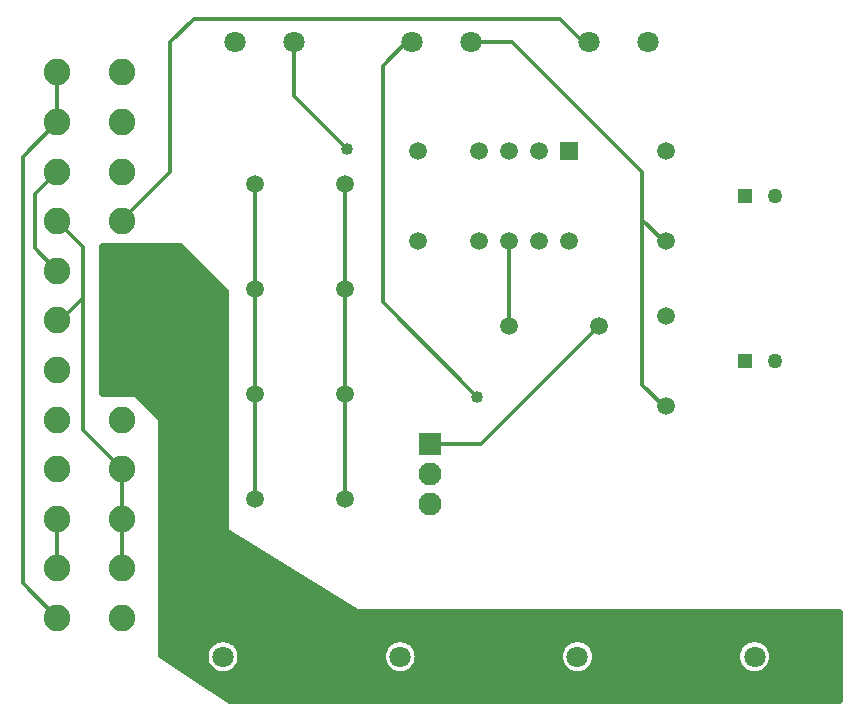
<source format=gbr>
%TF.GenerationSoftware,Novarm,DipTrace,4.0.0.5*%
%TF.CreationDate,2022-05-21T16:57:32-06:00*%
%FSLAX26Y26*%
%MOIN*%
%TF.FileFunction,Copper,L2,Bot*%
%TF.Part,Single*%
%TA.AperFunction,Conductor*%
%ADD14C,0.012992*%
%TA.AperFunction,CopperBalancing*%
%ADD17C,0.025*%
%TA.AperFunction,ComponentPad*%
%ADD18C,0.05*%
%ADD19R,0.05X0.05*%
%ADD21R,0.076378X0.076378*%
%ADD22C,0.076378*%
%ADD23C,0.059055*%
%ADD24C,0.070866*%
%ADD25C,0.088583*%
%ADD26R,0.059055X0.059055*%
%TA.AperFunction,ViaPad*%
%ADD27C,0.04*%
G75*
G01*
%LPD*%
X608661Y884252D2*
D14*
Y1049606D1*
X825197Y884252D2*
Y1049606D1*
X1267323Y1115354D2*
Y1465354D1*
X825197Y1214961D2*
X695866Y1344291D1*
Y1786713D1*
Y1954528D1*
X608661Y2041732D1*
X825197Y1049606D2*
Y1214961D1*
X608661Y1711024D2*
Y1699508D1*
X695866Y1786713D1*
X1267323Y1815354D2*
Y2165354D1*
Y1465354D2*
Y1815354D1*
X2637795Y1424803D2*
X2630315D1*
X2559055Y1496063D1*
Y2047244D1*
X2637795Y1968504D1*
Y1975984D1*
X825197Y1876378D2*
Y1711024D1*
X2539370Y590551D2*
X2620280Y509642D1*
X3049012D1*
X3129921Y590551D1*
X608661Y2207087D2*
X533366Y2131791D1*
Y1951673D1*
X608661Y1876378D1*
X1948819Y590551D2*
X2029724Y671457D1*
X2458465D1*
X2539370Y590551D1*
X1358268D2*
X1439177Y509642D1*
X1867909D1*
X1948819Y590551D1*
X1567323Y1465354D2*
Y1115354D1*
Y1815354D2*
Y1465354D1*
Y2165354D2*
Y1815354D1*
X2637795Y1975984D2*
X2630315D1*
X2559055Y2047244D1*
Y2204724D1*
X2125984Y2637795D1*
X1988189D1*
X825197Y1711024D2*
Y1545669D1*
X608661Y2537795D2*
Y2372441D1*
X492909Y2256689D1*
Y834650D1*
X608661Y718898D1*
X825197Y2041732D2*
X821260D1*
X984252Y2204724D1*
Y2637795D1*
X1062992Y2716535D1*
X2283465D1*
X2362205Y2637795D1*
X2381890D1*
X1397638D2*
Y2460630D1*
X1574803Y2283465D1*
X2115181Y1692680D2*
Y1809646D1*
X2115354Y1809819D1*
Y1975984D1*
X2415181Y1692680D2*
X2021714Y1299213D1*
X1850394D1*
X2007874Y1456693D2*
X1692913Y1771654D1*
Y2559055D1*
X1771654Y2637795D1*
X1791339D1*
X2007874Y1456693D2*
D3*
D27*
D3*
D3*
D3*
X1574803Y2283465D3*
X763041Y1931135D2*
D17*
X1040808D1*
X763041Y1906266D2*
X1065676D1*
X763041Y1881398D2*
X1090543D1*
X763041Y1856529D2*
X1115411D1*
X763041Y1831660D2*
X1140297D1*
X763041Y1806791D2*
X1165164D1*
X763041Y1781923D2*
X1166062D1*
X763041Y1757054D2*
X1166026D1*
X763041Y1732185D2*
X1165990D1*
X763041Y1707316D2*
X1165954D1*
X763041Y1682448D2*
X1165936D1*
X763041Y1657579D2*
X1165900D1*
X763041Y1632710D2*
X1165865D1*
X763041Y1607841D2*
X1165828D1*
X763041Y1582972D2*
X1165793D1*
X763041Y1558104D2*
X1165757D1*
X763041Y1533235D2*
X1165720D1*
X763041Y1508366D2*
X1165703D1*
X763041Y1483497D2*
X1165667D1*
X884383Y1458629D2*
X1165631D1*
X909251Y1433760D2*
X1165594D1*
X934118Y1408891D2*
X1165559D1*
X958986Y1384022D2*
X1165524D1*
X959883Y1359154D2*
X1165487D1*
X959883Y1334285D2*
X1165470D1*
X959883Y1309416D2*
X1165433D1*
X959883Y1284547D2*
X1165398D1*
X959883Y1259678D2*
X1165362D1*
X959883Y1234810D2*
X1165325D1*
X959883Y1209941D2*
X1165290D1*
X959883Y1185072D2*
X1165255D1*
X959883Y1160203D2*
X1165236D1*
X959883Y1135335D2*
X1165201D1*
X959883Y1110466D2*
X1165164D1*
X959883Y1085597D2*
X1165129D1*
X959883Y1060728D2*
X1165093D1*
X959883Y1035860D2*
X1165056D1*
X959883Y1010991D2*
X1165021D1*
X959883Y986122D2*
X1198932D1*
X959883Y961253D2*
X1239552D1*
X959883Y936385D2*
X1280155D1*
X959883Y911516D2*
X1320777D1*
X959883Y886647D2*
X1361379D1*
X959883Y861778D2*
X1401982D1*
X959883Y836909D2*
X1442604D1*
X959883Y812041D2*
X1483206D1*
X959883Y787172D2*
X1523827D1*
X959883Y762303D2*
X1564430D1*
X959883Y737434D2*
X1605051D1*
X959883Y712566D2*
X3213344D1*
X959883Y687697D2*
X3213344D1*
X959883Y662828D2*
X3213344D1*
X959883Y637959D2*
X1119969D1*
X1202873D2*
X1710514D1*
X1793419D2*
X2301060D1*
X2383965D2*
X2891625D1*
X2974529D2*
X3213344D1*
X959883Y613091D2*
X1101846D1*
X1220995D2*
X1692392D1*
X1811541D2*
X2282957D1*
X2402087D2*
X2873503D1*
X2992633D2*
X3213344D1*
X973412Y588222D2*
X1097594D1*
X1225228D2*
X1688159D1*
X1815774D2*
X2278705D1*
X2406339D2*
X2869251D1*
X2996885D2*
X3213344D1*
X1010713Y563353D2*
X1103911D1*
X1218913D2*
X1694474D1*
X1809478D2*
X2285020D1*
X2400024D2*
X2875567D1*
X2990570D2*
X3213344D1*
X1048014Y538484D2*
X1126445D1*
X1196378D2*
X1717009D1*
X1786924D2*
X2307555D1*
X2377488D2*
X2898101D1*
X2968034D2*
X3213344D1*
X1085316Y513615D2*
X3213344D1*
X1122618Y488747D2*
X3213344D1*
X1159920Y463878D2*
X3213344D1*
X1222089Y581399D2*
X1220047Y572458D1*
X1216696Y563923D1*
X1212110Y555980D1*
X1206391Y548812D1*
X1199668Y542575D1*
X1192091Y537409D1*
X1183827Y533432D1*
X1175064Y530730D1*
X1165996Y529364D1*
X1156825Y529365D1*
X1147757Y530732D1*
X1138993Y533437D1*
X1130732Y537417D1*
X1123155Y542584D1*
X1116433Y548823D1*
X1110717Y555992D1*
X1106133Y563936D1*
X1102783Y572472D1*
X1100743Y581413D1*
X1100059Y590558D1*
X1100745Y599703D1*
X1102787Y608644D1*
X1106139Y617180D1*
X1110724Y625122D1*
X1116444Y632290D1*
X1123167Y638528D1*
X1130744Y643693D1*
X1139008Y647671D1*
X1147770Y650373D1*
X1156839Y651739D1*
X1166009Y651738D1*
X1175077Y650370D1*
X1183841Y647665D1*
X1192102Y643685D1*
X1199680Y638518D1*
X1206402Y632280D1*
X1212118Y625110D1*
X1216702Y617167D1*
X1220051Y608630D1*
X1222092Y599689D1*
X1222776Y590551D1*
X1222089Y581399D1*
X1812640D2*
X1810598Y572458D1*
X1807247Y563923D1*
X1802661Y555980D1*
X1796942Y548812D1*
X1790219Y542575D1*
X1782642Y537409D1*
X1774378Y533432D1*
X1765615Y530730D1*
X1756547Y529364D1*
X1747377Y529365D1*
X1738308Y530732D1*
X1729545Y533437D1*
X1721283Y537417D1*
X1713706Y542584D1*
X1706984Y548823D1*
X1701268Y555992D1*
X1696684Y563936D1*
X1693335Y572472D1*
X1691294Y581413D1*
X1690610Y590558D1*
X1691297Y599703D1*
X1693339Y608644D1*
X1696690Y617180D1*
X1701276Y625122D1*
X1706995Y632290D1*
X1713718Y638528D1*
X1721295Y643693D1*
X1729559Y647671D1*
X1738322Y650373D1*
X1747390Y651739D1*
X1756560Y651738D1*
X1765629Y650370D1*
X1774392Y647665D1*
X1782654Y643685D1*
X1790231Y638518D1*
X1796953Y632280D1*
X1802669Y625110D1*
X1807253Y617167D1*
X1810602Y608630D1*
X1812643Y599689D1*
X1813327Y590551D1*
X1812640Y581399D1*
X2403192D2*
X2401150Y572458D1*
X2397798Y563923D1*
X2393213Y555980D1*
X2387493Y548812D1*
X2380770Y542575D1*
X2373193Y537409D1*
X2364929Y533432D1*
X2356167Y530730D1*
X2347098Y529364D1*
X2337928Y529365D1*
X2328860Y530732D1*
X2320096Y533437D1*
X2311835Y537417D1*
X2304257Y542584D1*
X2297535Y548823D1*
X2291819Y555992D1*
X2287235Y563936D1*
X2283886Y572472D1*
X2281845Y581413D1*
X2281161Y590558D1*
X2281848Y599703D1*
X2283890Y608644D1*
X2287241Y617180D1*
X2291827Y625122D1*
X2297546Y632290D1*
X2304269Y638528D1*
X2311846Y643693D1*
X2320110Y647671D1*
X2328873Y650373D1*
X2337941Y651739D1*
X2347112Y651738D1*
X2356180Y650370D1*
X2364944Y647665D1*
X2373205Y643685D1*
X2380782Y638518D1*
X2387504Y632280D1*
X2393220Y625110D1*
X2397804Y617167D1*
X2401154Y608630D1*
X2403194Y599689D1*
X2403878Y590551D1*
X2403192Y581399D1*
X2993743D2*
X2991701Y572458D1*
X2988349Y563923D1*
X2983764Y555980D1*
X2978045Y548812D1*
X2971322Y542575D1*
X2963744Y537409D1*
X2955480Y533432D1*
X2946718Y530730D1*
X2937650Y529364D1*
X2928479Y529365D1*
X2919411Y530732D1*
X2910647Y533437D1*
X2902386Y537417D1*
X2894808Y542584D1*
X2888087Y548823D1*
X2882370Y555992D1*
X2877786Y563936D1*
X2874437Y572472D1*
X2872396Y581413D1*
X2871713Y590558D1*
X2872399Y599703D1*
X2874441Y608644D1*
X2877793Y617180D1*
X2882378Y625122D1*
X2888097Y632290D1*
X2894820Y638528D1*
X2902398Y643693D1*
X2910661Y647671D1*
X2919424Y650373D1*
X2928492Y651739D1*
X2937663Y651738D1*
X2946731Y650370D1*
X2955495Y647665D1*
X2963756Y643685D1*
X2971333Y638518D1*
X2978055Y632280D1*
X2983772Y625110D1*
X2988356Y617167D1*
X2991705Y608630D1*
X2993745Y599689D1*
X2994429Y590551D1*
X2993743Y581399D1*
X1018446Y1956004D2*
X760528D1*
X760531Y1469199D1*
X866142Y1469193D1*
X871938Y1467766D1*
X881542Y1458970D1*
X953720Y1386791D1*
X956811Y1381685D1*
X957382Y1368766D1*
Y597248D1*
X1134999Y478831D1*
X1184890Y445570D1*
X3215841Y445571D1*
X3215846Y735535D1*
X1772949Y735531D1*
X1614173D1*
X1608377Y736958D1*
X1592059Y746916D1*
X1173504Y1003230D1*
X1169307Y1007467D1*
X1167554Y1013173D1*
X1167556Y1032151D1*
X1168596Y1805846D1*
X1018450Y1955997D1*
D18*
X3002756Y2125984D3*
D19*
X2902756D3*
D18*
X3002756Y1574803D3*
D19*
X2902756D3*
D21*
X1850394Y1299213D3*
D22*
Y1199213D3*
Y1099213D3*
D23*
X1567323Y2165354D3*
X1267323D3*
X1567323Y1815354D3*
X1267323D3*
X1567323Y1465354D3*
X1267323D3*
X1567323Y1115354D3*
X1267323D3*
X2637795Y2275984D3*
Y1975984D3*
Y1724803D3*
Y1424803D3*
X1811024Y1975984D3*
Y2275984D3*
X2415181Y1692680D3*
X2115181D3*
D24*
X1200787Y2637795D3*
X1397638D3*
X2381890D3*
X2578740D3*
D25*
X825197Y718898D3*
Y884252D3*
Y1049606D3*
Y1214961D3*
Y1380315D3*
Y1545669D3*
Y1711024D3*
Y1876378D3*
Y2041732D3*
Y2207087D3*
Y2372441D3*
Y2537795D3*
X608661D3*
Y2372441D3*
Y2207087D3*
Y2041732D3*
Y1876378D3*
Y1711024D3*
Y1545669D3*
Y1380315D3*
Y1214961D3*
Y1049606D3*
Y884252D3*
Y718898D3*
D24*
X1161417Y590551D3*
X1358268D3*
X1751969D3*
X1948819D3*
X2342520D3*
X2539370D3*
X2933071D3*
X3129921D3*
D26*
X2315354Y2275984D3*
D23*
X2215354D3*
X2115354D3*
X2015354D3*
Y1975984D3*
X2115354D3*
X2215354D3*
X2315354D3*
D24*
X1791339Y2637795D3*
X1988189D3*
M02*

</source>
